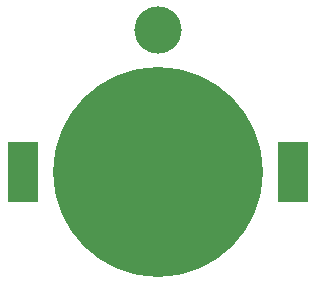
<source format=gbs>
G04 #@! TF.FileFunction,Soldermask,Bot*
%FSLAX46Y46*%
G04 Gerber Fmt 4.6, Leading zero omitted, Abs format (unit mm)*
G04 Created by KiCad (PCBNEW 4.0.7) date 06/29/18 14:26:30*
%MOMM*%
%LPD*%
G01*
G04 APERTURE LIST*
%ADD10C,0.100000*%
%ADD11C,4.000000*%
%ADD12C,17.780000*%
%ADD13R,2.540000X5.080000*%
G04 APERTURE END LIST*
D10*
D11*
X207645000Y-81280000D03*
D12*
X207645000Y-93345000D03*
D13*
X219075000Y-93345000D03*
X196215000Y-93345000D03*
M02*

</source>
